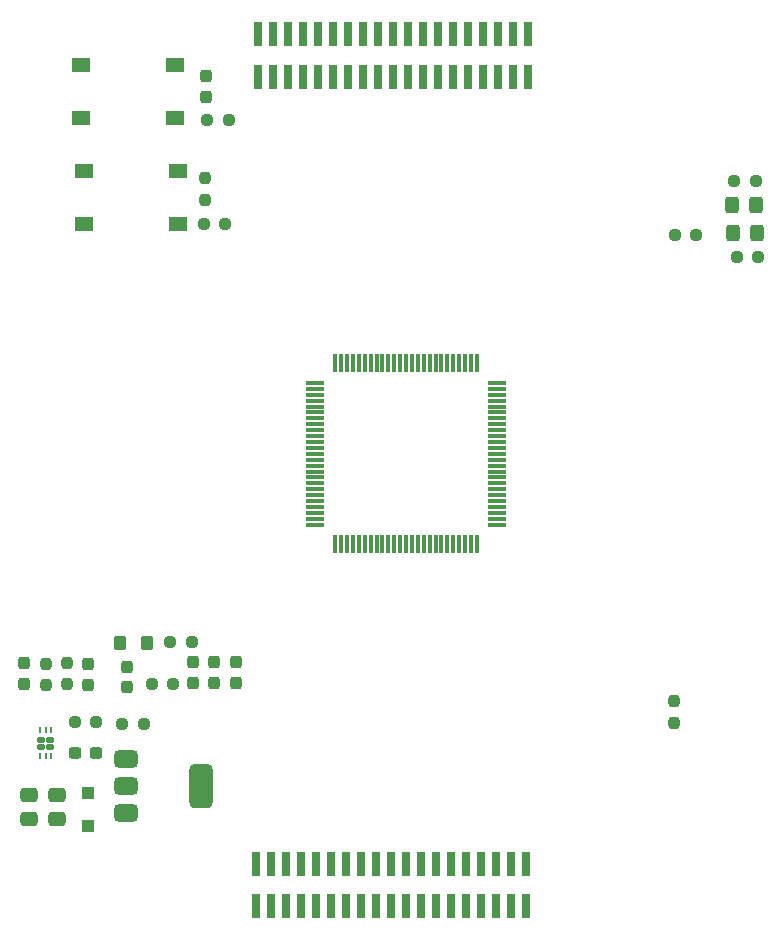
<source format=gbr>
%TF.GenerationSoftware,KiCad,Pcbnew,8.0.0*%
%TF.CreationDate,2024-11-20T18:03:40+03:00*%
%TF.ProjectId,box_side_blue,626f785f-7369-4646-955f-626c75652e6b,rev?*%
%TF.SameCoordinates,Original*%
%TF.FileFunction,Paste,Top*%
%TF.FilePolarity,Positive*%
%FSLAX46Y46*%
G04 Gerber Fmt 4.6, Leading zero omitted, Abs format (unit mm)*
G04 Created by KiCad (PCBNEW 8.0.0) date 2024-11-20 18:03:40*
%MOMM*%
%LPD*%
G01*
G04 APERTURE LIST*
G04 Aperture macros list*
%AMRoundRect*
0 Rectangle with rounded corners*
0 $1 Rounding radius*
0 $2 $3 $4 $5 $6 $7 $8 $9 X,Y pos of 4 corners*
0 Add a 4 corners polygon primitive as box body*
4,1,4,$2,$3,$4,$5,$6,$7,$8,$9,$2,$3,0*
0 Add four circle primitives for the rounded corners*
1,1,$1+$1,$2,$3*
1,1,$1+$1,$4,$5*
1,1,$1+$1,$6,$7*
1,1,$1+$1,$8,$9*
0 Add four rect primitives between the rounded corners*
20,1,$1+$1,$2,$3,$4,$5,0*
20,1,$1+$1,$4,$5,$6,$7,0*
20,1,$1+$1,$6,$7,$8,$9,0*
20,1,$1+$1,$8,$9,$2,$3,0*%
G04 Aperture macros list end*
%ADD10RoundRect,0.250000X-0.475000X0.337500X-0.475000X-0.337500X0.475000X-0.337500X0.475000X0.337500X0*%
%ADD11RoundRect,0.237500X0.237500X-0.250000X0.237500X0.250000X-0.237500X0.250000X-0.237500X-0.250000X0*%
%ADD12RoundRect,0.075000X-0.725000X-0.075000X0.725000X-0.075000X0.725000X0.075000X-0.725000X0.075000X0*%
%ADD13RoundRect,0.075000X-0.075000X-0.725000X0.075000X-0.725000X0.075000X0.725000X-0.075000X0.725000X0*%
%ADD14RoundRect,0.237500X0.250000X0.237500X-0.250000X0.237500X-0.250000X-0.237500X0.250000X-0.237500X0*%
%ADD15RoundRect,0.237500X-0.237500X0.250000X-0.237500X-0.250000X0.237500X-0.250000X0.237500X0.250000X0*%
%ADD16RoundRect,0.250000X0.300000X-0.300000X0.300000X0.300000X-0.300000X0.300000X-0.300000X-0.300000X0*%
%ADD17RoundRect,0.120000X0.200000X-0.120000X0.200000X0.120000X-0.200000X0.120000X-0.200000X-0.120000X0*%
%ADD18RoundRect,0.050000X0.050000X-0.225000X0.050000X0.225000X-0.050000X0.225000X-0.050000X-0.225000X0*%
%ADD19RoundRect,0.237500X-0.250000X-0.237500X0.250000X-0.237500X0.250000X0.237500X-0.250000X0.237500X0*%
%ADD20R,1.550000X1.300000*%
%ADD21RoundRect,0.237500X-0.237500X0.300000X-0.237500X-0.300000X0.237500X-0.300000X0.237500X0.300000X0*%
%ADD22RoundRect,0.237500X0.237500X-0.300000X0.237500X0.300000X-0.237500X0.300000X-0.237500X-0.300000X0*%
%ADD23RoundRect,0.250000X0.325000X0.450000X-0.325000X0.450000X-0.325000X-0.450000X0.325000X-0.450000X0*%
%ADD24R,0.750000X2.100000*%
%ADD25RoundRect,0.237500X0.300000X0.237500X-0.300000X0.237500X-0.300000X-0.237500X0.300000X-0.237500X0*%
%ADD26RoundRect,0.250000X-0.275000X-0.350000X0.275000X-0.350000X0.275000X0.350000X-0.275000X0.350000X0*%
%ADD27RoundRect,0.375000X-0.625000X-0.375000X0.625000X-0.375000X0.625000X0.375000X-0.625000X0.375000X0*%
%ADD28RoundRect,0.500000X-0.500000X-1.400000X0.500000X-1.400000X0.500000X1.400000X-0.500000X1.400000X0*%
G04 APERTURE END LIST*
D10*
%TO.C,C8*%
X130606590Y-118178410D03*
X130606590Y-120253410D03*
%TD*%
%TO.C,C12*%
X128206589Y-118178410D03*
X128206589Y-120253410D03*
%TD*%
D11*
%TO.C,R9*%
X129600000Y-108912500D03*
X129600000Y-107087500D03*
%TD*%
D12*
%TO.C,U1*%
X152450000Y-83300000D03*
X152450000Y-83800000D03*
X152450000Y-84300001D03*
X152450000Y-84800000D03*
X152450000Y-85299999D03*
X152450000Y-85800000D03*
X152450000Y-86300000D03*
X152450000Y-86800001D03*
X152450000Y-87300000D03*
X152450000Y-87800000D03*
X152450000Y-88300000D03*
X152450000Y-88800000D03*
X152449999Y-89300000D03*
X152450000Y-89800000D03*
X152450000Y-90300000D03*
X152450000Y-90800000D03*
X152450000Y-91300000D03*
X152450000Y-91799999D03*
X152450000Y-92300000D03*
X152450000Y-92800000D03*
X152450000Y-93300001D03*
X152450000Y-93800000D03*
X152450000Y-94299999D03*
X152450000Y-94800000D03*
X152450000Y-95300000D03*
D13*
X154125000Y-96975000D03*
X154625000Y-96975000D03*
X155125001Y-96975000D03*
X155625000Y-96975000D03*
X156124999Y-96975000D03*
X156625000Y-96975000D03*
X157125000Y-96975000D03*
X157625001Y-96975000D03*
X158125000Y-96975000D03*
X158625000Y-96975000D03*
X159125000Y-96975000D03*
X159625000Y-96975000D03*
X160125000Y-96975001D03*
X160625000Y-96975000D03*
X161125000Y-96975000D03*
X161625000Y-96975000D03*
X162125000Y-96975000D03*
X162624999Y-96975000D03*
X163125000Y-96975000D03*
X163625000Y-96975000D03*
X164125001Y-96975000D03*
X164625000Y-96975000D03*
X165124999Y-96975000D03*
X165625000Y-96975000D03*
X166125000Y-96975000D03*
D12*
X167800000Y-95300000D03*
X167800000Y-94800000D03*
X167800000Y-94299999D03*
X167800000Y-93800000D03*
X167800000Y-93300001D03*
X167800000Y-92800000D03*
X167800000Y-92300000D03*
X167800000Y-91799999D03*
X167800000Y-91300000D03*
X167800000Y-90800000D03*
X167800000Y-90300000D03*
X167800000Y-89800000D03*
X167800001Y-89300000D03*
X167800000Y-88800000D03*
X167800000Y-88300000D03*
X167800000Y-87800000D03*
X167800000Y-87300000D03*
X167800000Y-86800001D03*
X167800000Y-86300000D03*
X167800000Y-85800000D03*
X167800000Y-85299999D03*
X167800000Y-84800000D03*
X167800000Y-84300001D03*
X167800000Y-83800000D03*
X167800000Y-83300000D03*
D13*
X166125000Y-81625000D03*
X165625000Y-81625000D03*
X165124999Y-81625000D03*
X164625000Y-81625000D03*
X164125001Y-81625000D03*
X163625000Y-81625000D03*
X163125000Y-81625000D03*
X162624999Y-81625000D03*
X162125000Y-81625000D03*
X161625000Y-81625000D03*
X161125000Y-81625000D03*
X160625000Y-81625000D03*
X160125000Y-81624999D03*
X159625000Y-81625000D03*
X159125000Y-81625000D03*
X158625000Y-81625000D03*
X158125000Y-81625000D03*
X157625001Y-81625000D03*
X157125000Y-81625000D03*
X156625000Y-81625000D03*
X156124999Y-81625000D03*
X155625000Y-81625000D03*
X155125001Y-81625000D03*
X154625000Y-81625000D03*
X154125000Y-81625000D03*
%TD*%
D14*
%TO.C,R7*%
X133912500Y-111999999D03*
X132087500Y-111999999D03*
%TD*%
D15*
%TO.C,R4*%
X143105000Y-65947500D03*
X143105000Y-67772500D03*
%TD*%
D16*
%TO.C,D3*%
X133200000Y-120799999D03*
X133200000Y-118000001D03*
%TD*%
D17*
%TO.C,U3*%
X129199999Y-114100000D03*
X129999999Y-114100000D03*
X129199999Y-113500000D03*
X129999999Y-113500000D03*
D18*
X129099999Y-114875000D03*
X129599999Y-114875000D03*
X130099999Y-114875000D03*
X130099999Y-112725000D03*
X129599999Y-112725000D03*
X129099999Y-112725000D03*
%TD*%
D19*
%TO.C,SB17*%
X140175000Y-105200000D03*
X142000000Y-105200000D03*
%TD*%
D20*
%TO.C,SW2*%
X140780000Y-69850000D03*
X132820000Y-69850000D03*
X140780000Y-65350000D03*
X132820000Y-65350000D03*
%TD*%
D21*
%TO.C,C16*%
X136487499Y-107337499D03*
X136487499Y-109062501D03*
%TD*%
D22*
%TO.C,C3*%
X143200000Y-59062501D03*
X143200000Y-57337499D03*
%TD*%
%TO.C,C21*%
X133200000Y-108862501D03*
X133200000Y-107137499D03*
%TD*%
D14*
%TO.C,SB1*%
X184712500Y-70800000D03*
X182887500Y-70800000D03*
%TD*%
D21*
%TO.C,C19*%
X143887500Y-106937499D03*
X143887500Y-108662501D03*
%TD*%
D23*
%TO.C,D2*%
X189792749Y-68205073D03*
X187742751Y-68205073D03*
%TD*%
%TO.C,D1*%
X189824999Y-70600000D03*
X187775001Y-70600000D03*
%TD*%
D14*
%TO.C,R6*%
X137912500Y-112200000D03*
X136087500Y-112200000D03*
%TD*%
D24*
%TO.C,X10*%
X170260000Y-127600000D03*
X170260000Y-124000000D03*
X168990000Y-127600000D03*
X168990000Y-124000000D03*
X167720000Y-127600000D03*
X167720000Y-124000000D03*
X166450000Y-127600000D03*
X166450000Y-124000000D03*
X165180000Y-127600000D03*
X165180000Y-124000000D03*
X163910000Y-127600000D03*
X163910000Y-124000000D03*
X162640000Y-127600000D03*
X162640000Y-124000000D03*
X161370000Y-127600000D03*
X161370000Y-124000000D03*
X160100000Y-127600000D03*
X160100000Y-124000000D03*
X158830000Y-127600000D03*
X158830000Y-124000000D03*
X157560000Y-127600000D03*
X157560000Y-124000000D03*
X156290000Y-127600000D03*
X156290000Y-124000000D03*
X155020000Y-127600000D03*
X155020000Y-124000000D03*
X153750000Y-127600000D03*
X153750000Y-124000000D03*
X152480000Y-127600000D03*
X152480000Y-124000000D03*
X151210000Y-127600000D03*
X151210000Y-124000000D03*
X149940000Y-127600000D03*
X149940000Y-124000000D03*
X148670000Y-127600000D03*
X148670000Y-124000000D03*
X147400000Y-127600000D03*
X147400000Y-124000000D03*
%TD*%
D25*
%TO.C,C10*%
X133862501Y-114600000D03*
X132137499Y-114600000D03*
%TD*%
D26*
%TO.C,L1*%
X135912499Y-105289999D03*
X138212499Y-105289999D03*
%TD*%
D27*
%TO.C,U2*%
X136450000Y-115100000D03*
X136450001Y-117400000D03*
X136450000Y-119700000D03*
D28*
X142749999Y-117400000D03*
%TD*%
D15*
%TO.C,R5*%
X182825000Y-110237500D03*
X182825000Y-112062500D03*
%TD*%
D11*
%TO.C,R8*%
X131400000Y-108800000D03*
X131400000Y-106975000D03*
%TD*%
D24*
%TO.C,X4*%
X170430000Y-57385000D03*
X170430000Y-53785000D03*
X169160000Y-57385000D03*
X169160000Y-53785000D03*
X167890000Y-57385000D03*
X167890000Y-53785000D03*
X166620000Y-57385000D03*
X166620000Y-53785000D03*
X165350000Y-57385000D03*
X165350000Y-53785000D03*
X164080000Y-57385000D03*
X164080000Y-53785000D03*
X162810000Y-57385000D03*
X162810000Y-53785000D03*
X161540000Y-57385000D03*
X161540000Y-53785000D03*
X160270000Y-57385000D03*
X160270000Y-53785000D03*
X159000000Y-57385000D03*
X159000000Y-53785000D03*
X157730000Y-57385000D03*
X157730000Y-53785000D03*
X156460000Y-57385000D03*
X156460000Y-53785000D03*
X155190000Y-57385000D03*
X155190000Y-53785000D03*
X153920000Y-57385000D03*
X153920000Y-53785000D03*
X152650000Y-57385000D03*
X152650000Y-53785000D03*
X151380000Y-57385000D03*
X151380000Y-53785000D03*
X150110000Y-57385000D03*
X150110000Y-53785000D03*
X148840000Y-57385000D03*
X148840000Y-53785000D03*
X147570000Y-57385000D03*
X147570000Y-53785000D03*
%TD*%
D19*
%TO.C,SB10*%
X142992500Y-69860000D03*
X144817500Y-69860000D03*
%TD*%
D14*
%TO.C,R1*%
X189937499Y-72600000D03*
X188112499Y-72600000D03*
%TD*%
D22*
%TO.C,C14*%
X127799999Y-108750001D03*
X127799999Y-107024999D03*
%TD*%
D20*
%TO.C,SW1*%
X140580000Y-60850000D03*
X132620000Y-60850000D03*
X140580000Y-56350000D03*
X132620000Y-56350000D03*
%TD*%
D21*
%TO.C,C18*%
X142087500Y-106937499D03*
X142087500Y-108662501D03*
%TD*%
D19*
%TO.C,SB16*%
X138575000Y-108800000D03*
X140400000Y-108800000D03*
%TD*%
D21*
%TO.C,C20*%
X145687499Y-106937498D03*
X145687499Y-108662500D03*
%TD*%
D14*
%TO.C,R2*%
X189737499Y-66200000D03*
X187912499Y-66200000D03*
%TD*%
%TO.C,R3*%
X145112500Y-61000000D03*
X143287500Y-61000000D03*
%TD*%
M02*

</source>
